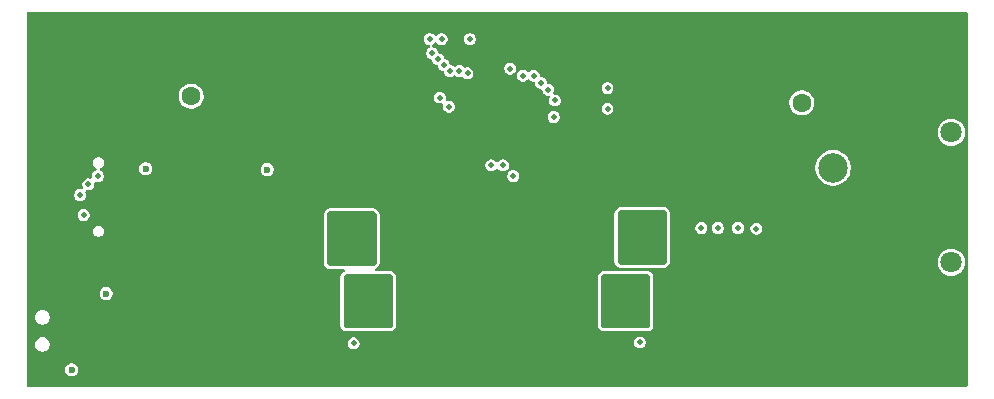
<source format=gbl>
%TF.GenerationSoftware,KiCad,Pcbnew,9.0.6*%
%TF.CreationDate,2025-12-05T19:35:02+01:00*%
%TF.ProjectId,ip2366,69703233-3636-42e6-9b69-6361645f7063,rev?*%
%TF.SameCoordinates,Original*%
%TF.FileFunction,Copper,L4,Bot*%
%TF.FilePolarity,Positive*%
%FSLAX46Y46*%
G04 Gerber Fmt 4.6, Leading zero omitted, Abs format (unit mm)*
G04 Created by KiCad (PCBNEW 9.0.6) date 2025-12-05 19:35:02*
%MOMM*%
%LPD*%
G01*
G04 APERTURE LIST*
%TA.AperFunction,Conductor*%
%ADD10C,0.000000*%
%TD*%
%TA.AperFunction,ComponentPad*%
%ADD11C,1.600000*%
%TD*%
%TA.AperFunction,ComponentPad*%
%ADD12O,2.100000X1.000000*%
%TD*%
%TA.AperFunction,ComponentPad*%
%ADD13O,1.800000X1.000000*%
%TD*%
%TA.AperFunction,ComponentPad*%
%ADD14C,2.500000*%
%TD*%
%TA.AperFunction,ComponentPad*%
%ADD15C,1.800000*%
%TD*%
%TA.AperFunction,ViaPad*%
%ADD16C,0.500000*%
%TD*%
%TA.AperFunction,ViaPad*%
%ADD17C,0.600000*%
%TD*%
G04 APERTURE END LIST*
D10*
%TA.AperFunction,Conductor*%
%TO.N,LX1*%
G36*
X130850000Y-69750000D02*
G01*
X130850000Y-73950000D01*
X130650000Y-74150000D01*
X126850000Y-74150000D01*
X126650000Y-73950000D01*
X126650000Y-69750000D01*
X126850000Y-69550000D01*
X130650000Y-69550000D01*
X130850000Y-69750000D01*
G37*
%TD.AperFunction*%
%TA.AperFunction,Conductor*%
%TO.N,-BATT*%
G36*
X154050000Y-64350000D02*
G01*
X154050000Y-68550000D01*
X153850000Y-68750000D01*
X150050000Y-68750000D01*
X149850000Y-68550000D01*
X149850000Y-64350000D01*
X150050000Y-64150000D01*
X153850000Y-64150000D01*
X154050000Y-64350000D01*
G37*
%TD.AperFunction*%
%TA.AperFunction,Conductor*%
%TO.N,LX2*%
G36*
X152627000Y-69750000D02*
G01*
X152627000Y-73950000D01*
X152427000Y-74150000D01*
X148627000Y-74150000D01*
X148427000Y-73950000D01*
X148427000Y-69750000D01*
X148627000Y-69550000D01*
X152427000Y-69550000D01*
X152627000Y-69750000D01*
G37*
%TD.AperFunction*%
%TA.AperFunction,Conductor*%
%TO.N,VBUS-*%
G36*
X129450000Y-64450000D02*
G01*
X129450000Y-68650000D01*
X129250000Y-68850000D01*
X125450000Y-68850000D01*
X125250000Y-68650000D01*
X125250000Y-64450000D01*
X125450000Y-64250000D01*
X129250000Y-64250000D01*
X129450000Y-64450000D01*
G37*
%TD.AperFunction*%
%TD*%
D11*
%TO.P,SW1,3,3*%
%TO.N,GND*%
X100850000Y-78100000D03*
%TO.P,SW1,4,4*%
X100850000Y-70600000D03*
%TD*%
%TO.P,C1,1,1*%
%TO.N,VBUS1*%
X113750000Y-54500000D03*
%TO.P,C1,2,2*%
%TO.N,GND*%
X113750000Y-51000000D03*
%TD*%
%TO.P,C23,1,1*%
%TO.N,+BATT*%
X165450000Y-55050000D03*
%TO.P,C23,2,2*%
%TO.N,GND*%
X165450000Y-51550000D03*
%TD*%
D12*
%TO.P,USB1,1,SHELL*%
%TO.N,GND*%
X106400000Y-58700000D03*
%TO.P,USB1,2,SHELL*%
X106400000Y-67340000D03*
D13*
%TO.P,USB1,3,SHELL*%
X102250000Y-58700000D03*
%TO.P,USB1,4,SHELL*%
X102250000Y-67340000D03*
%TD*%
D14*
%TO.P,CN1,1,-*%
%TO.N,GND*%
X168100000Y-65550000D03*
%TO.P,CN1,2,+*%
%TO.N,+BATT*%
X168100000Y-60550000D03*
D15*
%TO.P,CN1,3,3*%
%TO.N,unconnected-(CN1-Pad3)*%
X178100000Y-57550000D03*
%TO.P,CN1,4,4*%
%TO.N,unconnected-(CN1-Pad4)*%
X178100000Y-68550000D03*
%TD*%
D16*
%TO.N,GND*%
X154650000Y-77350000D03*
X170650000Y-76250000D03*
X111200000Y-51850000D03*
X140650000Y-77350000D03*
X123550000Y-51850000D03*
X130667000Y-52267000D03*
X167850000Y-50650000D03*
X159150000Y-61750000D03*
X167850000Y-51250000D03*
X155269000Y-71485000D03*
X111800000Y-51250000D03*
X121750000Y-50650000D03*
X138249000Y-54452000D03*
X118150000Y-51250000D03*
X121150000Y-51850000D03*
X122667000Y-70267000D03*
X163950000Y-61750000D03*
X170650000Y-74250000D03*
X158550000Y-61150000D03*
X122667000Y-74267000D03*
X160350000Y-61150000D03*
X164650000Y-68250000D03*
X118667000Y-74267000D03*
X160350000Y-62350000D03*
X149650000Y-77350000D03*
X141049000Y-55152000D03*
X164667000Y-76267000D03*
X111800000Y-50650000D03*
X153450000Y-50650000D03*
X111200000Y-52450000D03*
X120667000Y-68267000D03*
X114660000Y-68270000D03*
X102667000Y-68267000D03*
X176667000Y-66267000D03*
X160950000Y-61150000D03*
X158250000Y-50650000D03*
X156667000Y-72267000D03*
X110667000Y-70267000D03*
X174667000Y-58267000D03*
X127650000Y-77350000D03*
X178650000Y-76250000D03*
X174650000Y-72250000D03*
X118667000Y-72267000D03*
X134650000Y-77350000D03*
X122667000Y-76267000D03*
X163650000Y-51250000D03*
X115150000Y-51850000D03*
X172667000Y-54267000D03*
X170650000Y-70250000D03*
X127750000Y-51250000D03*
X176650000Y-78250000D03*
X102667000Y-66267000D03*
X130650000Y-77350000D03*
X178667000Y-64267000D03*
X139649000Y-57252000D03*
X123650000Y-77350000D03*
X116667000Y-66267000D03*
X168650000Y-68250000D03*
X124750000Y-51250000D03*
X174650000Y-70250000D03*
X164250000Y-51850000D03*
X136650000Y-77350000D03*
X176650000Y-76250000D03*
X160950000Y-61750000D03*
X119950000Y-51250000D03*
X174650000Y-68250000D03*
X116950000Y-51850000D03*
X174667000Y-62267000D03*
X176673000Y-50273000D03*
X178667000Y-54267000D03*
X178667000Y-66267000D03*
X114667000Y-74267000D03*
X157950000Y-62350000D03*
X112400000Y-51850000D03*
X166650000Y-50650000D03*
X140349000Y-54452000D03*
X141049000Y-54452000D03*
X164250000Y-50650000D03*
X159750000Y-61150000D03*
X158850000Y-51250000D03*
X159150000Y-62350000D03*
X122667000Y-64267000D03*
X121750000Y-51250000D03*
X167850000Y-51850000D03*
X138949000Y-55152000D03*
X174673000Y-50273000D03*
X168650000Y-76250000D03*
X158550000Y-61750000D03*
X115150000Y-50650000D03*
X115750000Y-51850000D03*
X160050000Y-50650000D03*
X172667000Y-60267000D03*
X156150000Y-60550000D03*
X110600000Y-51850000D03*
X176667000Y-60267000D03*
X130667000Y-54267000D03*
X160667000Y-74267000D03*
X116667000Y-72267000D03*
X112667000Y-76267000D03*
X117550000Y-51850000D03*
X124750000Y-51850000D03*
X120667000Y-66267000D03*
X161550000Y-62350000D03*
X125650000Y-77350000D03*
X111800000Y-52450000D03*
X140349000Y-57252000D03*
X174667000Y-64267000D03*
X153450000Y-51250000D03*
X170670000Y-52270000D03*
X172650000Y-68250000D03*
X157650000Y-50650000D03*
X111200000Y-53050000D03*
X162667000Y-74267000D03*
X163350000Y-62350000D03*
X133650000Y-77350000D03*
X124000000Y-71480000D03*
X122950000Y-50650000D03*
X119350000Y-51850000D03*
X178667000Y-62267000D03*
X158850000Y-51850000D03*
X111800000Y-51850000D03*
X156750000Y-61150000D03*
X163950000Y-62350000D03*
X122667000Y-68267000D03*
X174667000Y-60267000D03*
X163050000Y-51850000D03*
X124000000Y-72080000D03*
X154669000Y-72085000D03*
X161550000Y-61750000D03*
X112400000Y-52450000D03*
X116950000Y-51250000D03*
X106590000Y-56180000D03*
X148200000Y-55401999D03*
X120667000Y-64267000D03*
X158667000Y-72267000D03*
X152850000Y-50650000D03*
X108660000Y-72270000D03*
X142667000Y-48267000D03*
X163050000Y-50650000D03*
X161250000Y-51250000D03*
X121750000Y-51850000D03*
X178667000Y-48267000D03*
X174667000Y-56267000D03*
X176670000Y-52270000D03*
X176650000Y-74250000D03*
X174650000Y-78250000D03*
X124150000Y-50650000D03*
X139649000Y-55152000D03*
X138949000Y-56552000D03*
X178670000Y-52270000D03*
X172670000Y-52270000D03*
X155269000Y-72685000D03*
X148050000Y-50350000D03*
X172673000Y-50273000D03*
X176667000Y-68267000D03*
X160670000Y-76270000D03*
X155850000Y-51250000D03*
X120670000Y-62270000D03*
X166650000Y-68250000D03*
X111200000Y-51250000D03*
X152850000Y-51850000D03*
X124000000Y-70880000D03*
X172667000Y-64267000D03*
X148667000Y-48267000D03*
X138949000Y-57252000D03*
X156750000Y-60550000D03*
X123550000Y-50650000D03*
X140667000Y-50267000D03*
X166667000Y-64267000D03*
X126550000Y-51250000D03*
X170650000Y-72250000D03*
X164650000Y-70250000D03*
X119950000Y-51850000D03*
X115750000Y-51250000D03*
X106600000Y-57400000D03*
X146650000Y-77350000D03*
X122350000Y-51850000D03*
X168650000Y-70250000D03*
X116660000Y-68270000D03*
X116350000Y-50650000D03*
X132700000Y-54000000D03*
X132650000Y-77350000D03*
X118667000Y-70267000D03*
X139649000Y-56552000D03*
X153450000Y-51850000D03*
X156750000Y-61750000D03*
X170670000Y-48270000D03*
X120550000Y-51850000D03*
X110667000Y-74267000D03*
X126550000Y-50650000D03*
X174667000Y-66267000D03*
X172667000Y-58267000D03*
X158550000Y-62350000D03*
X129650000Y-77350000D03*
X158250000Y-51250000D03*
X145650000Y-77350000D03*
X174650000Y-76250000D03*
X138667000Y-48267000D03*
X157350000Y-61750000D03*
X144667000Y-48267000D03*
X118667000Y-66267000D03*
X155269000Y-73285000D03*
X157950000Y-61150000D03*
X158250000Y-51850000D03*
X122950000Y-51850000D03*
X161250000Y-51850000D03*
X178667000Y-60267000D03*
X124000000Y-72680000D03*
X160650000Y-51250000D03*
X110667000Y-72267000D03*
X125950000Y-51850000D03*
X159150000Y-61150000D03*
X155250000Y-51850000D03*
X138249000Y-55152000D03*
X161850000Y-51250000D03*
X156450000Y-51250000D03*
X157950000Y-60550000D03*
X166650000Y-51850000D03*
X156650000Y-77350000D03*
X125350000Y-51850000D03*
X124650000Y-77350000D03*
X163650000Y-51850000D03*
X159450000Y-51250000D03*
X162450000Y-51250000D03*
X102667000Y-64267000D03*
X164250000Y-51250000D03*
X119950000Y-50650000D03*
X172650000Y-70250000D03*
X156450000Y-50650000D03*
X162670000Y-76270000D03*
X141049000Y-55852000D03*
X131400000Y-57150000D03*
X162667000Y-72267000D03*
X108667000Y-76267000D03*
X118667000Y-68267000D03*
X154050000Y-51250000D03*
X161550000Y-60550000D03*
X151650000Y-77350000D03*
X157350000Y-62350000D03*
X110600000Y-53050000D03*
X125350000Y-51250000D03*
X138949000Y-55852000D03*
X116667000Y-70267000D03*
X159450000Y-51850000D03*
X152850000Y-51250000D03*
X167250000Y-50650000D03*
X166650000Y-76250000D03*
X125200000Y-72080000D03*
X157350000Y-60550000D03*
X102667000Y-60267000D03*
X160050000Y-51850000D03*
X162450000Y-50650000D03*
X148200000Y-53952107D03*
X120667000Y-76267000D03*
X176667000Y-48267000D03*
X138249000Y-55852000D03*
X160050000Y-51250000D03*
X160350000Y-61750000D03*
X160650000Y-50650000D03*
X172667000Y-66267000D03*
X156667000Y-74267000D03*
X120550000Y-50650000D03*
X154050000Y-50650000D03*
X112667000Y-72267000D03*
X157350000Y-61150000D03*
X156667000Y-76267000D03*
X159750000Y-60550000D03*
X140349000Y-55152000D03*
X154069000Y-73285000D03*
X125350000Y-50650000D03*
X158670000Y-76270000D03*
X127150000Y-51850000D03*
X170670000Y-50270000D03*
X138650000Y-77350000D03*
X155269000Y-72085000D03*
X161850000Y-51850000D03*
X140349000Y-55852000D03*
X160667000Y-72267000D03*
X125200000Y-70880000D03*
X168650000Y-74250000D03*
X108667000Y-74267000D03*
X110667000Y-76267000D03*
X115150000Y-51250000D03*
X124150000Y-51850000D03*
X141049000Y-56552000D03*
X119350000Y-50650000D03*
X164667000Y-74267000D03*
X126550000Y-51850000D03*
X167250000Y-51850000D03*
X157050000Y-51250000D03*
X174667000Y-54267000D03*
X115750000Y-50650000D03*
X157950000Y-61750000D03*
X163950000Y-61150000D03*
X120550000Y-51250000D03*
X109250000Y-54100000D03*
X162750000Y-62350000D03*
X118667000Y-76267000D03*
X161550000Y-61150000D03*
X161250000Y-50650000D03*
X117550000Y-50650000D03*
X108667000Y-68267000D03*
X158667000Y-74267000D03*
X110600000Y-51250000D03*
X154650000Y-51850000D03*
X110600000Y-52450000D03*
X120667000Y-74267000D03*
X122350000Y-50650000D03*
X114667000Y-76267000D03*
X155250000Y-51250000D03*
X117550000Y-51250000D03*
X178673000Y-50273000D03*
X126650000Y-77350000D03*
X166650000Y-70250000D03*
X154069000Y-72085000D03*
X122350000Y-51250000D03*
X139650000Y-55850000D03*
X122670000Y-62270000D03*
X148650000Y-77350000D03*
X121150000Y-50650000D03*
X140667000Y-48267000D03*
X157050000Y-51850000D03*
X162450000Y-51850000D03*
X124150000Y-51250000D03*
X110600000Y-50650000D03*
X152650000Y-77350000D03*
X120667000Y-72267000D03*
X138949000Y-54452000D03*
X155269000Y-73885000D03*
X120667000Y-70267000D03*
X154650000Y-51250000D03*
X118150000Y-50650000D03*
X157650000Y-51850000D03*
X159750000Y-61750000D03*
X154650000Y-50650000D03*
X102667000Y-62267000D03*
X157050000Y-50650000D03*
X121150000Y-51250000D03*
X172667000Y-48267000D03*
X118750000Y-51850000D03*
X158550000Y-60550000D03*
X153650000Y-77350000D03*
X125950000Y-50650000D03*
X178650000Y-74250000D03*
X124000000Y-70280000D03*
X159750000Y-62350000D03*
X167250000Y-51250000D03*
X176650000Y-72250000D03*
X142650000Y-77350000D03*
X116350000Y-51850000D03*
X159450000Y-50650000D03*
X125950000Y-51250000D03*
X160650000Y-51850000D03*
X108660000Y-70270000D03*
X155650000Y-77350000D03*
X111200000Y-50650000D03*
X118670000Y-62270000D03*
X127150000Y-51250000D03*
X141650000Y-77350000D03*
X141049000Y-57252000D03*
X112667000Y-70267000D03*
X138249000Y-57252000D03*
X172650000Y-72250000D03*
X176667000Y-54267000D03*
X176667000Y-64267000D03*
X178650000Y-72250000D03*
X112667000Y-74267000D03*
X170650000Y-68250000D03*
X139649000Y-54452000D03*
X114667000Y-70267000D03*
X168650000Y-72250000D03*
X148200000Y-56802000D03*
X163050000Y-51250000D03*
X159150000Y-60550000D03*
X170667000Y-66267000D03*
X155850000Y-51850000D03*
X110660000Y-68280000D03*
X122667000Y-72267000D03*
X122950000Y-51250000D03*
X143650000Y-77350000D03*
X119350000Y-51250000D03*
X160950000Y-62350000D03*
X122667000Y-66267000D03*
X118750000Y-50650000D03*
X116950000Y-50650000D03*
X166650000Y-51250000D03*
X124600000Y-72080000D03*
X124600000Y-70880000D03*
X154669000Y-73285000D03*
X155250000Y-50650000D03*
X155850000Y-50650000D03*
X178667000Y-56267000D03*
X127750000Y-51850000D03*
X138249000Y-56552000D03*
X137650000Y-77350000D03*
X118150000Y-51850000D03*
X178650000Y-78250000D03*
X172650000Y-78250000D03*
X174667000Y-48267000D03*
X154050000Y-51850000D03*
X111800000Y-53050000D03*
X114667000Y-72267000D03*
X116667000Y-74267000D03*
X158850000Y-50650000D03*
X124750000Y-50650000D03*
X116667000Y-76267000D03*
X140349000Y-56552000D03*
X112400000Y-51250000D03*
X166667000Y-72267000D03*
X176667000Y-56267000D03*
X172650000Y-74250000D03*
X128667000Y-52267000D03*
X139650000Y-77350000D03*
X127150000Y-50650000D03*
X156450000Y-51850000D03*
X123550000Y-51250000D03*
X157650000Y-51250000D03*
X161850000Y-50650000D03*
X144650000Y-77350000D03*
X127750000Y-50650000D03*
X131650000Y-77350000D03*
X116350000Y-51250000D03*
X176667000Y-62267000D03*
X160350000Y-60550000D03*
X122650000Y-77350000D03*
X163650000Y-50650000D03*
X162150000Y-62350000D03*
X118667000Y-64267000D03*
X160950000Y-60550000D03*
X146667000Y-48267000D03*
X147650000Y-77350000D03*
X118750000Y-51250000D03*
X174670000Y-52270000D03*
X172667000Y-62267000D03*
X138310000Y-61200000D03*
X172667000Y-56267000D03*
X164667000Y-72267000D03*
X135650000Y-77350000D03*
X166667000Y-74267000D03*
D17*
%TO.N,VBUS*%
X109887500Y-60625000D03*
D16*
X134800000Y-54600000D03*
%TO.N,LX1*%
X129510000Y-71380000D03*
X128110000Y-73480000D03*
X128810000Y-71380000D03*
X127410000Y-73480000D03*
X129510000Y-73480000D03*
X128810000Y-72780000D03*
X130210000Y-70680000D03*
X129510000Y-72080000D03*
X130210000Y-72080000D03*
X130210000Y-73480000D03*
X129510000Y-72780000D03*
X130210000Y-72780000D03*
X127410000Y-71380000D03*
X127410000Y-72080000D03*
X128810000Y-70680000D03*
X127410000Y-70680000D03*
X128810000Y-73480000D03*
X128110000Y-71380000D03*
X128810000Y-72080000D03*
X130210000Y-71380000D03*
X129510000Y-70680000D03*
X128110000Y-70680000D03*
X127410000Y-72780000D03*
X128110000Y-72080000D03*
X128110000Y-72780000D03*
%TO.N,LX2*%
X149760000Y-73380000D03*
X150460000Y-73380000D03*
X150460000Y-72680000D03*
X149060000Y-73380000D03*
X149060000Y-72680000D03*
X151860000Y-73380000D03*
X151160000Y-71980000D03*
X151160000Y-71280000D03*
X149060000Y-71980000D03*
X151860000Y-71980000D03*
X150460000Y-70580000D03*
X149060000Y-71280000D03*
X149760000Y-71280000D03*
X151160000Y-73380000D03*
X151160000Y-72680000D03*
X150460000Y-71280000D03*
X150460000Y-71980000D03*
X149760000Y-72680000D03*
X151860000Y-70580000D03*
X149760000Y-70580000D03*
X151860000Y-71280000D03*
X151860000Y-72680000D03*
X149760000Y-71980000D03*
X149060000Y-70580000D03*
X151160000Y-70580000D03*
D17*
%TO.N,+BATT*%
X103625000Y-77650000D03*
D16*
%TO.N,VBUS-*%
X127339000Y-67250000D03*
X125939000Y-67950000D03*
X128694000Y-65106000D03*
X128739000Y-67950000D03*
X125939000Y-67250000D03*
X126639000Y-65150000D03*
X128739000Y-67250000D03*
X128739000Y-65850000D03*
X127350000Y-66550000D03*
X128039000Y-67950000D03*
X127994000Y-65806000D03*
X126639000Y-66550000D03*
X126639000Y-65850000D03*
X127339000Y-65850000D03*
X127339000Y-65150000D03*
X128039000Y-65150000D03*
X126639000Y-67250000D03*
X128739000Y-66550000D03*
X125939000Y-65150000D03*
X125939000Y-65850000D03*
X126639000Y-67950000D03*
X128039000Y-67250000D03*
X128039000Y-66550000D03*
X127339000Y-67950000D03*
X125939000Y-66550000D03*
%TO.N,-BATT*%
X151961000Y-65049000D03*
X150561000Y-66449000D03*
X152661000Y-67149000D03*
X153361000Y-66449000D03*
X151261000Y-66449000D03*
X152661000Y-65749000D03*
X152661000Y-66449000D03*
X150561000Y-65749000D03*
X151261000Y-67849000D03*
X153361000Y-67149000D03*
X151961000Y-67149000D03*
X152661000Y-67849000D03*
X151961000Y-65751000D03*
X152661000Y-65049000D03*
X153361000Y-65049000D03*
X150561000Y-65049000D03*
X151961000Y-66450000D03*
X153361000Y-67849000D03*
X150561000Y-67149000D03*
X151261000Y-67149000D03*
X153361000Y-65749000D03*
X150561000Y-67849000D03*
X151961000Y-67849000D03*
X151261000Y-65749000D03*
X151261000Y-65049000D03*
%TO.N,LED1*%
X134950000Y-49650000D03*
X137150000Y-52550000D03*
%TO.N,LED3*%
X137350000Y-49650000D03*
X141850000Y-52750000D03*
%TO.N,VBUSG*%
X135573857Y-55372056D03*
D17*
X120200000Y-60700000D03*
D16*
%TO.N,LED2*%
X136450000Y-52350000D03*
X133950000Y-49650000D03*
%TO.N,LG1*%
X127510000Y-75420000D03*
X139150000Y-60350000D03*
%TO.N,LG2*%
X140150000Y-60350000D03*
X151740000Y-75340000D03*
%TO.N,VSET*%
X142750000Y-52750000D03*
X161600000Y-65700000D03*
%TO.N,PSET*%
X143350000Y-53350000D03*
X149000000Y-53800000D03*
X149000000Y-55550000D03*
X158350000Y-65650000D03*
%TO.N,BAT_NUM*%
X160050000Y-65650000D03*
X144550000Y-54850000D03*
%TO.N,CC_BDO*%
X156950000Y-65650000D03*
X144450000Y-56250000D03*
%TO.N,CC1*%
X105850000Y-61250000D03*
X135650000Y-52350000D03*
%TO.N,DM*%
X105050000Y-61950000D03*
X135150000Y-51850000D03*
%TO.N,DP*%
X134650000Y-51350000D03*
X104350000Y-62850000D03*
%TO.N,CC2*%
X134150000Y-50850000D03*
X104650000Y-64550000D03*
%TO.N,EN*%
X140750000Y-52150000D03*
D17*
X106550000Y-71200000D03*
D16*
%TO.N,Net-(R21-Pad2)*%
X143970067Y-53929933D03*
X141020000Y-61250000D03*
%TD*%
%TA.AperFunction,Conductor*%
%TO.N,GND*%
G36*
X179462539Y-47390185D02*
G01*
X179508294Y-47442989D01*
X179519500Y-47494500D01*
X179519500Y-78945500D01*
X179499815Y-79012539D01*
X179447011Y-79058294D01*
X179395500Y-79069500D01*
X99944500Y-79069500D01*
X99877461Y-79049815D01*
X99831706Y-78997011D01*
X99820500Y-78945500D01*
X99820500Y-77576999D01*
X103070500Y-77576999D01*
X103070500Y-77723000D01*
X103108288Y-77864028D01*
X103108289Y-77864031D01*
X103181286Y-77990467D01*
X103181288Y-77990470D01*
X103181289Y-77990471D01*
X103284529Y-78093711D01*
X103410971Y-78166712D01*
X103551999Y-78204500D01*
X103552001Y-78204500D01*
X103697999Y-78204500D01*
X103698001Y-78204500D01*
X103839029Y-78166712D01*
X103965471Y-78093711D01*
X104068711Y-77990471D01*
X104141712Y-77864029D01*
X104179500Y-77723001D01*
X104179500Y-77576999D01*
X104141712Y-77435971D01*
X104068711Y-77309529D01*
X103965471Y-77206289D01*
X103965470Y-77206288D01*
X103965467Y-77206286D01*
X103839031Y-77133289D01*
X103839030Y-77133288D01*
X103839029Y-77133288D01*
X103698001Y-77095500D01*
X103551999Y-77095500D01*
X103410971Y-77133288D01*
X103410968Y-77133289D01*
X103284532Y-77206286D01*
X103284527Y-77206290D01*
X103181290Y-77309527D01*
X103181286Y-77309532D01*
X103108289Y-77435968D01*
X103108288Y-77435971D01*
X103070500Y-77576999D01*
X99820500Y-77576999D01*
X99820500Y-75438389D01*
X100524500Y-75438389D01*
X100524500Y-75561610D01*
X100548535Y-75682444D01*
X100548538Y-75682454D01*
X100595687Y-75796283D01*
X100595692Y-75796292D01*
X100664141Y-75898732D01*
X100664144Y-75898736D01*
X100751263Y-75985855D01*
X100751267Y-75985858D01*
X100853707Y-76054307D01*
X100853713Y-76054310D01*
X100853714Y-76054311D01*
X100967548Y-76101463D01*
X101088389Y-76125499D01*
X101088393Y-76125500D01*
X101088394Y-76125500D01*
X101211607Y-76125500D01*
X101211608Y-76125499D01*
X101332452Y-76101463D01*
X101446286Y-76054311D01*
X101548733Y-75985858D01*
X101635858Y-75898733D01*
X101704311Y-75796286D01*
X101751463Y-75682452D01*
X101775500Y-75561606D01*
X101775500Y-75438394D01*
X101758630Y-75353581D01*
X127005500Y-75353581D01*
X127005500Y-75486419D01*
X127039881Y-75614730D01*
X127106300Y-75729770D01*
X127200230Y-75823700D01*
X127315270Y-75890119D01*
X127443581Y-75924500D01*
X127443584Y-75924500D01*
X127576416Y-75924500D01*
X127576419Y-75924500D01*
X127704730Y-75890119D01*
X127819770Y-75823700D01*
X127913700Y-75729770D01*
X127980119Y-75614730D01*
X128014500Y-75486419D01*
X128014500Y-75353581D01*
X127993064Y-75273581D01*
X151235500Y-75273581D01*
X151235500Y-75406419D01*
X151269881Y-75534730D01*
X151336300Y-75649770D01*
X151430230Y-75743700D01*
X151545270Y-75810119D01*
X151673581Y-75844500D01*
X151673584Y-75844500D01*
X151806416Y-75844500D01*
X151806419Y-75844500D01*
X151934730Y-75810119D01*
X152049770Y-75743700D01*
X152143700Y-75649770D01*
X152210119Y-75534730D01*
X152244500Y-75406419D01*
X152244500Y-75273581D01*
X152210119Y-75145270D01*
X152143700Y-75030230D01*
X152049770Y-74936300D01*
X151934730Y-74869881D01*
X151806419Y-74835500D01*
X151673581Y-74835500D01*
X151545270Y-74869881D01*
X151545268Y-74869881D01*
X151545268Y-74869882D01*
X151430230Y-74936300D01*
X151430227Y-74936302D01*
X151336302Y-75030227D01*
X151336300Y-75030230D01*
X151290112Y-75110230D01*
X151269881Y-75145270D01*
X151235500Y-75273581D01*
X127993064Y-75273581D01*
X127980119Y-75225270D01*
X127913700Y-75110230D01*
X127819770Y-75016300D01*
X127704730Y-74949881D01*
X127576419Y-74915500D01*
X127443581Y-74915500D01*
X127315270Y-74949881D01*
X127315268Y-74949881D01*
X127315268Y-74949882D01*
X127200230Y-75016300D01*
X127200227Y-75016302D01*
X127106302Y-75110227D01*
X127106300Y-75110230D01*
X127052331Y-75203707D01*
X127039881Y-75225270D01*
X127005500Y-75353581D01*
X101758630Y-75353581D01*
X101751463Y-75317548D01*
X101704311Y-75203714D01*
X101704310Y-75203713D01*
X101704307Y-75203707D01*
X101635858Y-75101267D01*
X101635855Y-75101263D01*
X101548736Y-75014144D01*
X101548732Y-75014141D01*
X101446292Y-74945692D01*
X101446283Y-74945687D01*
X101332454Y-74898538D01*
X101332455Y-74898538D01*
X101332452Y-74898537D01*
X101332448Y-74898536D01*
X101332444Y-74898535D01*
X101211610Y-74874500D01*
X101211606Y-74874500D01*
X101088394Y-74874500D01*
X101088389Y-74874500D01*
X100967555Y-74898535D01*
X100967545Y-74898538D01*
X100853716Y-74945687D01*
X100853707Y-74945692D01*
X100751267Y-75014141D01*
X100751263Y-75014144D01*
X100664144Y-75101263D01*
X100664141Y-75101267D01*
X100595692Y-75203707D01*
X100595687Y-75203716D01*
X100548538Y-75317545D01*
X100548535Y-75317555D01*
X100524500Y-75438389D01*
X99820500Y-75438389D01*
X99820500Y-73138389D01*
X100524500Y-73138389D01*
X100524500Y-73261610D01*
X100548535Y-73382444D01*
X100548538Y-73382454D01*
X100595687Y-73496283D01*
X100595692Y-73496292D01*
X100664141Y-73598732D01*
X100664144Y-73598736D01*
X100751263Y-73685855D01*
X100751267Y-73685858D01*
X100853707Y-73754307D01*
X100853713Y-73754310D01*
X100853714Y-73754311D01*
X100967548Y-73801463D01*
X101088389Y-73825499D01*
X101088393Y-73825500D01*
X101088394Y-73825500D01*
X101211607Y-73825500D01*
X101211608Y-73825499D01*
X101332452Y-73801463D01*
X101446286Y-73754311D01*
X101548733Y-73685858D01*
X101635858Y-73598733D01*
X101704311Y-73496286D01*
X101751463Y-73382452D01*
X101775500Y-73261606D01*
X101775500Y-73138394D01*
X101751463Y-73017548D01*
X101704311Y-72903714D01*
X101704310Y-72903713D01*
X101704307Y-72903707D01*
X101635858Y-72801267D01*
X101635855Y-72801263D01*
X101548736Y-72714144D01*
X101548732Y-72714141D01*
X101446292Y-72645692D01*
X101446283Y-72645687D01*
X101332454Y-72598538D01*
X101332455Y-72598538D01*
X101332452Y-72598537D01*
X101332448Y-72598536D01*
X101332444Y-72598535D01*
X101211610Y-72574500D01*
X101211606Y-72574500D01*
X101088394Y-72574500D01*
X101088389Y-72574500D01*
X100967555Y-72598535D01*
X100967545Y-72598538D01*
X100853716Y-72645687D01*
X100853707Y-72645692D01*
X100751267Y-72714141D01*
X100751263Y-72714144D01*
X100664144Y-72801263D01*
X100664141Y-72801267D01*
X100595692Y-72903707D01*
X100595687Y-72903716D01*
X100548538Y-73017545D01*
X100548535Y-73017555D01*
X100524500Y-73138389D01*
X99820500Y-73138389D01*
X99820500Y-71126999D01*
X105995500Y-71126999D01*
X105995500Y-71273000D01*
X106033288Y-71414028D01*
X106033289Y-71414031D01*
X106106286Y-71540467D01*
X106106288Y-71540470D01*
X106106289Y-71540471D01*
X106209529Y-71643711D01*
X106335971Y-71716712D01*
X106476999Y-71754500D01*
X106477001Y-71754500D01*
X106622999Y-71754500D01*
X106623001Y-71754500D01*
X106764029Y-71716712D01*
X106890471Y-71643711D01*
X106993711Y-71540471D01*
X107066712Y-71414029D01*
X107104500Y-71273001D01*
X107104500Y-71126999D01*
X107066712Y-70985971D01*
X106993711Y-70859529D01*
X106890471Y-70756289D01*
X106890470Y-70756288D01*
X106890467Y-70756286D01*
X106764031Y-70683289D01*
X106764030Y-70683288D01*
X106764029Y-70683288D01*
X106623001Y-70645500D01*
X106476999Y-70645500D01*
X106335971Y-70683288D01*
X106335968Y-70683289D01*
X106209532Y-70756286D01*
X106209527Y-70756290D01*
X106106290Y-70859527D01*
X106106286Y-70859532D01*
X106033289Y-70985968D01*
X106033288Y-70985971D01*
X105995500Y-71126999D01*
X99820500Y-71126999D01*
X99820500Y-65847399D01*
X105424500Y-65847399D01*
X105424500Y-65972601D01*
X105456905Y-66093536D01*
X105519505Y-66201964D01*
X105608036Y-66290495D01*
X105716464Y-66353095D01*
X105837399Y-66385500D01*
X105837401Y-66385500D01*
X105962599Y-66385500D01*
X105962601Y-66385500D01*
X106083536Y-66353095D01*
X106191964Y-66290495D01*
X106280495Y-66201964D01*
X106343095Y-66093536D01*
X106375500Y-65972601D01*
X106375500Y-65847399D01*
X106343095Y-65726464D01*
X106280495Y-65618036D01*
X106191964Y-65529505D01*
X106083536Y-65466905D01*
X106083537Y-65466905D01*
X106040107Y-65455268D01*
X105962601Y-65434500D01*
X105837399Y-65434500D01*
X105759893Y-65455268D01*
X105716463Y-65466905D01*
X105608037Y-65529504D01*
X105608034Y-65529506D01*
X105519506Y-65618034D01*
X105519504Y-65618037D01*
X105456905Y-65726463D01*
X105456905Y-65726464D01*
X105424500Y-65847399D01*
X99820500Y-65847399D01*
X99820500Y-64483581D01*
X104145500Y-64483581D01*
X104145500Y-64616419D01*
X104179881Y-64744730D01*
X104246300Y-64859770D01*
X104340230Y-64953700D01*
X104455270Y-65020119D01*
X104583581Y-65054500D01*
X104583584Y-65054500D01*
X104716416Y-65054500D01*
X104716419Y-65054500D01*
X104844730Y-65020119D01*
X104959770Y-64953700D01*
X105053700Y-64859770D01*
X105120119Y-64744730D01*
X105154500Y-64616419D01*
X105154500Y-64483581D01*
X105145501Y-64449995D01*
X124990500Y-64449995D01*
X124990500Y-68650004D01*
X125010251Y-68749303D01*
X125010253Y-68749307D01*
X125066502Y-68833489D01*
X125066508Y-68833497D01*
X125266502Y-69033491D01*
X125266510Y-69033497D01*
X125350692Y-69089746D01*
X125350696Y-69089748D01*
X125449995Y-69109499D01*
X125449999Y-69109500D01*
X126642369Y-69109500D01*
X126709408Y-69129185D01*
X126755163Y-69181989D01*
X126765107Y-69251147D01*
X126736082Y-69314703D01*
X126711260Y-69336602D01*
X126666506Y-69366505D01*
X126666502Y-69366508D01*
X126466508Y-69566502D01*
X126466502Y-69566510D01*
X126410253Y-69650692D01*
X126410251Y-69650696D01*
X126390500Y-69749995D01*
X126390500Y-73950004D01*
X126410251Y-74049303D01*
X126410253Y-74049307D01*
X126466502Y-74133489D01*
X126466508Y-74133497D01*
X126666502Y-74333491D01*
X126666510Y-74333497D01*
X126750692Y-74389746D01*
X126750696Y-74389748D01*
X126849995Y-74409499D01*
X126849999Y-74409500D01*
X126850000Y-74409500D01*
X130650001Y-74409500D01*
X130650002Y-74409499D01*
X130683400Y-74402856D01*
X130749303Y-74389748D01*
X130749304Y-74389747D01*
X130749306Y-74389747D01*
X130833494Y-74333494D01*
X131033494Y-74133494D01*
X131089747Y-74049306D01*
X131109500Y-73950000D01*
X131109500Y-69750000D01*
X131109499Y-69749995D01*
X148167500Y-69749995D01*
X148167500Y-73950004D01*
X148187251Y-74049303D01*
X148187253Y-74049307D01*
X148243502Y-74133489D01*
X148243508Y-74133497D01*
X148443502Y-74333491D01*
X148443510Y-74333497D01*
X148527692Y-74389746D01*
X148527696Y-74389748D01*
X148626995Y-74409499D01*
X148626999Y-74409500D01*
X148627000Y-74409500D01*
X152427001Y-74409500D01*
X152427002Y-74409499D01*
X152460400Y-74402856D01*
X152526303Y-74389748D01*
X152526304Y-74389747D01*
X152526306Y-74389747D01*
X152610494Y-74333494D01*
X152810494Y-74133494D01*
X152866747Y-74049306D01*
X152886500Y-73950000D01*
X152886500Y-69750000D01*
X152871795Y-69676071D01*
X152866748Y-69650696D01*
X152866746Y-69650692D01*
X152810497Y-69566510D01*
X152810491Y-69566502D01*
X152610497Y-69366508D01*
X152610489Y-69366502D01*
X152526307Y-69310253D01*
X152526303Y-69310251D01*
X152427004Y-69290500D01*
X152427000Y-69290500D01*
X148627000Y-69290500D01*
X148626995Y-69290500D01*
X148527696Y-69310251D01*
X148527692Y-69310253D01*
X148443510Y-69366502D01*
X148443502Y-69366508D01*
X148243508Y-69566502D01*
X148243502Y-69566510D01*
X148187253Y-69650692D01*
X148187251Y-69650696D01*
X148167500Y-69749995D01*
X131109499Y-69749995D01*
X131094795Y-69676071D01*
X131089748Y-69650696D01*
X131089746Y-69650692D01*
X131033497Y-69566510D01*
X131033491Y-69566502D01*
X130833497Y-69366508D01*
X130833489Y-69366502D01*
X130749307Y-69310253D01*
X130749303Y-69310251D01*
X130650004Y-69290500D01*
X130650000Y-69290500D01*
X129457631Y-69290500D01*
X129390592Y-69270815D01*
X129344837Y-69218011D01*
X129334893Y-69148853D01*
X129363918Y-69085297D01*
X129388740Y-69063398D01*
X129396165Y-69058436D01*
X129433494Y-69033494D01*
X129633494Y-68833494D01*
X129689747Y-68749306D01*
X129709500Y-68650000D01*
X129709500Y-64450000D01*
X129693209Y-64368098D01*
X129693209Y-64368096D01*
X129689747Y-64350695D01*
X129689746Y-64350692D01*
X129689280Y-64349995D01*
X149590500Y-64349995D01*
X149590500Y-68550004D01*
X149610251Y-68649303D01*
X149610253Y-68649307D01*
X149666502Y-68733489D01*
X149666508Y-68733497D01*
X149866502Y-68933491D01*
X149866510Y-68933497D01*
X149950692Y-68989746D01*
X149950696Y-68989748D01*
X150049995Y-69009499D01*
X150049999Y-69009500D01*
X150050000Y-69009500D01*
X153850001Y-69009500D01*
X153850002Y-69009499D01*
X153883400Y-69002856D01*
X153949303Y-68989748D01*
X153949304Y-68989747D01*
X153949306Y-68989747D01*
X154033494Y-68933494D01*
X154233494Y-68733494D01*
X154289747Y-68649306D01*
X154309500Y-68550000D01*
X154309500Y-68459139D01*
X176945500Y-68459139D01*
X176945500Y-68640861D01*
X176946948Y-68650001D01*
X176973928Y-68820347D01*
X176973928Y-68820350D01*
X177030081Y-68993171D01*
X177030083Y-68993174D01*
X177112583Y-69155090D01*
X177219397Y-69302106D01*
X177347894Y-69430603D01*
X177494910Y-69537417D01*
X177656826Y-69619917D01*
X177656828Y-69619918D01*
X177751542Y-69650692D01*
X177829654Y-69676072D01*
X178009139Y-69704500D01*
X178009140Y-69704500D01*
X178190860Y-69704500D01*
X178190861Y-69704500D01*
X178370346Y-69676072D01*
X178370349Y-69676071D01*
X178370350Y-69676071D01*
X178543171Y-69619918D01*
X178543171Y-69619917D01*
X178543174Y-69619917D01*
X178705090Y-69537417D01*
X178852106Y-69430603D01*
X178980603Y-69302106D01*
X179087417Y-69155090D01*
X179169917Y-68993174D01*
X179171030Y-68989748D01*
X179226071Y-68820350D01*
X179226071Y-68820349D01*
X179226072Y-68820346D01*
X179254500Y-68640861D01*
X179254500Y-68459139D01*
X179226072Y-68279654D01*
X179226071Y-68279650D01*
X179226071Y-68279649D01*
X179169918Y-68106828D01*
X179169916Y-68106825D01*
X179087416Y-67944909D01*
X178980603Y-67797894D01*
X178852106Y-67669397D01*
X178705090Y-67562583D01*
X178543174Y-67480083D01*
X178543171Y-67480081D01*
X178370348Y-67423928D01*
X178250689Y-67404976D01*
X178190861Y-67395500D01*
X178009139Y-67395500D01*
X177949310Y-67404976D01*
X177829652Y-67423928D01*
X177829649Y-67423928D01*
X177656828Y-67480081D01*
X177656825Y-67480083D01*
X177494909Y-67562583D01*
X177411030Y-67623525D01*
X177347894Y-67669397D01*
X177347892Y-67669399D01*
X177347891Y-67669399D01*
X177219399Y-67797891D01*
X177219399Y-67797892D01*
X177219397Y-67797894D01*
X177173525Y-67861030D01*
X177112583Y-67944909D01*
X177030083Y-68106825D01*
X177030081Y-68106828D01*
X176973928Y-68279649D01*
X176973928Y-68279652D01*
X176973928Y-68279654D01*
X176945500Y-68459139D01*
X154309500Y-68459139D01*
X154309500Y-65583581D01*
X156445500Y-65583581D01*
X156445500Y-65716419D01*
X156479881Y-65844730D01*
X156546300Y-65959770D01*
X156640230Y-66053700D01*
X156755270Y-66120119D01*
X156883581Y-66154500D01*
X156883584Y-66154500D01*
X157016416Y-66154500D01*
X157016419Y-66154500D01*
X157144730Y-66120119D01*
X157259770Y-66053700D01*
X157353700Y-65959770D01*
X157420119Y-65844730D01*
X157454500Y-65716419D01*
X157454500Y-65583581D01*
X157845500Y-65583581D01*
X157845500Y-65716419D01*
X157879881Y-65844730D01*
X157946300Y-65959770D01*
X158040230Y-66053700D01*
X158155270Y-66120119D01*
X158283581Y-66154500D01*
X158283584Y-66154500D01*
X158416416Y-66154500D01*
X158416419Y-66154500D01*
X158544730Y-66120119D01*
X158659770Y-66053700D01*
X158753700Y-65959770D01*
X158820119Y-65844730D01*
X158854500Y-65716419D01*
X158854500Y-65583581D01*
X159545500Y-65583581D01*
X159545500Y-65716419D01*
X159579881Y-65844730D01*
X159646300Y-65959770D01*
X159740230Y-66053700D01*
X159855270Y-66120119D01*
X159983581Y-66154500D01*
X159983584Y-66154500D01*
X160116416Y-66154500D01*
X160116419Y-66154500D01*
X160244730Y-66120119D01*
X160359770Y-66053700D01*
X160453700Y-65959770D01*
X160520119Y-65844730D01*
X160554500Y-65716419D01*
X160554500Y-65633581D01*
X161095500Y-65633581D01*
X161095500Y-65766419D01*
X161129881Y-65894730D01*
X161196300Y-66009770D01*
X161290230Y-66103700D01*
X161405270Y-66170119D01*
X161533581Y-66204500D01*
X161533584Y-66204500D01*
X161666416Y-66204500D01*
X161666419Y-66204500D01*
X161794730Y-66170119D01*
X161909770Y-66103700D01*
X162003700Y-66009770D01*
X162070119Y-65894730D01*
X162104500Y-65766419D01*
X162104500Y-65633581D01*
X162070119Y-65505270D01*
X162003700Y-65390230D01*
X161909770Y-65296300D01*
X161794730Y-65229881D01*
X161666419Y-65195500D01*
X161533581Y-65195500D01*
X161405270Y-65229881D01*
X161405268Y-65229881D01*
X161405268Y-65229882D01*
X161290230Y-65296300D01*
X161290227Y-65296302D01*
X161196302Y-65390227D01*
X161196300Y-65390230D01*
X161129881Y-65505270D01*
X161095500Y-65633581D01*
X160554500Y-65633581D01*
X160554500Y-65583581D01*
X160520119Y-65455270D01*
X160453700Y-65340230D01*
X160359770Y-65246300D01*
X160244730Y-65179881D01*
X160116419Y-65145500D01*
X159983581Y-65145500D01*
X159855270Y-65179881D01*
X159855268Y-65179881D01*
X159855268Y-65179882D01*
X159740230Y-65246300D01*
X159740227Y-65246302D01*
X159646302Y-65340227D01*
X159646300Y-65340230D01*
X159579881Y-65455270D01*
X159545500Y-65583581D01*
X158854500Y-65583581D01*
X158820119Y-65455270D01*
X158753700Y-65340230D01*
X158659770Y-65246300D01*
X158544730Y-65179881D01*
X158416419Y-65145500D01*
X158283581Y-65145500D01*
X158155270Y-65179881D01*
X158155268Y-65179881D01*
X158155268Y-65179882D01*
X158040230Y-65246300D01*
X158040227Y-65246302D01*
X157946302Y-65340227D01*
X157946300Y-65340230D01*
X157879881Y-65455270D01*
X157845500Y-65583581D01*
X157454500Y-65583581D01*
X157420119Y-65455270D01*
X157353700Y-65340230D01*
X157259770Y-65246300D01*
X157144730Y-65179881D01*
X157016419Y-65145500D01*
X156883581Y-65145500D01*
X156755270Y-65179881D01*
X156755268Y-65179881D01*
X156755268Y-65179882D01*
X156640230Y-65246300D01*
X156640227Y-65246302D01*
X156546302Y-65340227D01*
X156546300Y-65340230D01*
X156479881Y-65455270D01*
X156445500Y-65583581D01*
X154309500Y-65583581D01*
X154309500Y-64350000D01*
X154292893Y-64266510D01*
X154289748Y-64250696D01*
X154289746Y-64250692D01*
X154233497Y-64166510D01*
X154233491Y-64166502D01*
X154033497Y-63966508D01*
X154033489Y-63966502D01*
X153949307Y-63910253D01*
X153949303Y-63910251D01*
X153850004Y-63890500D01*
X153850000Y-63890500D01*
X150050000Y-63890500D01*
X150049995Y-63890500D01*
X149950696Y-63910251D01*
X149950692Y-63910253D01*
X149866510Y-63966502D01*
X149866502Y-63966508D01*
X149666508Y-64166502D01*
X149666502Y-64166510D01*
X149610253Y-64250692D01*
X149610251Y-64250696D01*
X149590500Y-64349995D01*
X129689280Y-64349995D01*
X129633497Y-64266510D01*
X129633491Y-64266502D01*
X129433497Y-64066508D01*
X129433489Y-64066502D01*
X129349307Y-64010253D01*
X129349303Y-64010251D01*
X129250004Y-63990500D01*
X129250000Y-63990500D01*
X125450000Y-63990500D01*
X125449995Y-63990500D01*
X125350696Y-64010251D01*
X125350692Y-64010253D01*
X125266510Y-64066502D01*
X125266502Y-64066508D01*
X125066508Y-64266502D01*
X125066502Y-64266510D01*
X125010253Y-64350692D01*
X125010251Y-64350696D01*
X124990500Y-64449995D01*
X105145501Y-64449995D01*
X105120119Y-64355270D01*
X105053700Y-64240230D01*
X104959770Y-64146300D01*
X104844730Y-64079881D01*
X104716419Y-64045500D01*
X104583581Y-64045500D01*
X104455270Y-64079881D01*
X104455268Y-64079881D01*
X104455268Y-64079882D01*
X104340230Y-64146300D01*
X104340227Y-64146302D01*
X104246302Y-64240227D01*
X104246300Y-64240230D01*
X104182927Y-64349995D01*
X104179881Y-64355270D01*
X104145500Y-64483581D01*
X99820500Y-64483581D01*
X99820500Y-62783581D01*
X103845500Y-62783581D01*
X103845500Y-62916419D01*
X103879881Y-63044730D01*
X103946300Y-63159770D01*
X104040230Y-63253700D01*
X104155270Y-63320119D01*
X104283581Y-63354500D01*
X104283584Y-63354500D01*
X104416416Y-63354500D01*
X104416419Y-63354500D01*
X104544730Y-63320119D01*
X104659770Y-63253700D01*
X104753700Y-63159770D01*
X104820119Y-63044730D01*
X104854500Y-62916419D01*
X104854500Y-62783581D01*
X104820119Y-62655270D01*
X104802755Y-62625196D01*
X104786283Y-62557297D01*
X104809135Y-62491270D01*
X104864056Y-62448079D01*
X104933609Y-62441437D01*
X104942214Y-62443415D01*
X104983581Y-62454500D01*
X104983584Y-62454500D01*
X105116416Y-62454500D01*
X105116419Y-62454500D01*
X105244730Y-62420119D01*
X105359770Y-62353700D01*
X105453700Y-62259770D01*
X105520119Y-62144730D01*
X105554500Y-62016419D01*
X105554500Y-61883581D01*
X105554499Y-61883579D01*
X105553439Y-61875525D01*
X105555356Y-61875272D01*
X105556769Y-61815989D01*
X105595932Y-61758127D01*
X105660161Y-61730624D01*
X105706968Y-61733971D01*
X105783581Y-61754500D01*
X105783584Y-61754500D01*
X105916416Y-61754500D01*
X105916419Y-61754500D01*
X106044730Y-61720119D01*
X106159770Y-61653700D01*
X106253700Y-61559770D01*
X106320119Y-61444730D01*
X106354500Y-61316419D01*
X106354500Y-61183581D01*
X106320119Y-61055270D01*
X106253700Y-60940230D01*
X106159770Y-60846300D01*
X106070153Y-60794559D01*
X106021938Y-60743991D01*
X106008716Y-60675384D01*
X106034684Y-60610519D01*
X106060359Y-60586071D01*
X106075659Y-60575205D01*
X106083536Y-60573095D01*
X106120076Y-60551999D01*
X109333000Y-60551999D01*
X109333000Y-60698001D01*
X109370455Y-60837784D01*
X109370788Y-60839028D01*
X109370789Y-60839031D01*
X109443786Y-60965467D01*
X109443788Y-60965470D01*
X109443789Y-60965471D01*
X109547029Y-61068711D01*
X109673471Y-61141712D01*
X109814499Y-61179500D01*
X109814501Y-61179500D01*
X109960499Y-61179500D01*
X109960501Y-61179500D01*
X110101529Y-61141712D01*
X110227971Y-61068711D01*
X110331211Y-60965471D01*
X110404212Y-60839029D01*
X110442000Y-60698001D01*
X110442000Y-60626999D01*
X119645500Y-60626999D01*
X119645500Y-60773001D01*
X119667338Y-60854500D01*
X119683288Y-60914028D01*
X119683289Y-60914031D01*
X119756286Y-61040467D01*
X119756288Y-61040470D01*
X119756289Y-61040471D01*
X119859529Y-61143711D01*
X119985971Y-61216712D01*
X120126999Y-61254500D01*
X120127001Y-61254500D01*
X120272999Y-61254500D01*
X120273001Y-61254500D01*
X120414029Y-61216712D01*
X120471414Y-61183581D01*
X140515500Y-61183581D01*
X140515500Y-61316419D01*
X140549881Y-61444730D01*
X140616300Y-61559770D01*
X140710230Y-61653700D01*
X140825270Y-61720119D01*
X140953581Y-61754500D01*
X140953584Y-61754500D01*
X141086416Y-61754500D01*
X141086419Y-61754500D01*
X141214730Y-61720119D01*
X141329770Y-61653700D01*
X141423700Y-61559770D01*
X141490119Y-61444730D01*
X141524500Y-61316419D01*
X141524500Y-61183581D01*
X141490119Y-61055270D01*
X141423700Y-60940230D01*
X141329770Y-60846300D01*
X141214730Y-60779881D01*
X141086419Y-60745500D01*
X140953581Y-60745500D01*
X140836921Y-60776759D01*
X140825266Y-60779882D01*
X140724978Y-60837784D01*
X140724974Y-60837786D01*
X140710230Y-60846300D01*
X140616300Y-60940230D01*
X140614580Y-60943208D01*
X140614579Y-60943210D01*
X140558425Y-61040471D01*
X140549881Y-61055270D01*
X140515500Y-61183581D01*
X120471414Y-61183581D01*
X120540471Y-61143711D01*
X120643711Y-61040471D01*
X120716712Y-60914029D01*
X120754500Y-60773001D01*
X120754500Y-60626999D01*
X120716712Y-60485971D01*
X120643711Y-60359529D01*
X120567763Y-60283581D01*
X138645500Y-60283581D01*
X138645500Y-60416419D01*
X138679881Y-60544730D01*
X138746300Y-60659770D01*
X138840230Y-60753700D01*
X138955270Y-60820119D01*
X139083581Y-60854500D01*
X139083584Y-60854500D01*
X139216416Y-60854500D01*
X139216419Y-60854500D01*
X139344730Y-60820119D01*
X139459770Y-60753700D01*
X139553700Y-60659770D01*
X139553700Y-60659769D01*
X139559447Y-60654023D01*
X139561030Y-60655606D01*
X139608050Y-60621273D01*
X139677796Y-60617117D01*
X139738717Y-60651328D01*
X139744293Y-60657763D01*
X139746299Y-60659769D01*
X139746300Y-60659770D01*
X139840230Y-60753700D01*
X139955270Y-60820119D01*
X140083581Y-60854500D01*
X140083584Y-60854500D01*
X140216416Y-60854500D01*
X140216419Y-60854500D01*
X140344730Y-60820119D01*
X140344732Y-60820117D01*
X140344734Y-60820117D01*
X140344735Y-60820116D01*
X140459770Y-60753700D01*
X140553700Y-60659770D01*
X140620119Y-60544730D01*
X140650434Y-60431593D01*
X166595500Y-60431593D01*
X166595500Y-60668406D01*
X166632546Y-60902306D01*
X166632546Y-60902309D01*
X166705723Y-61127524D01*
X166734287Y-61183583D01*
X166813236Y-61338530D01*
X166952432Y-61530116D01*
X167119884Y-61697568D01*
X167311470Y-61836764D01*
X167403354Y-61883581D01*
X167522475Y-61944276D01*
X167747691Y-62017453D01*
X167747692Y-62017453D01*
X167747695Y-62017454D01*
X167981593Y-62054500D01*
X167981594Y-62054500D01*
X168218406Y-62054500D01*
X168218407Y-62054500D01*
X168452305Y-62017454D01*
X168452308Y-62017453D01*
X168452309Y-62017453D01*
X168677524Y-61944276D01*
X168677524Y-61944275D01*
X168677527Y-61944275D01*
X168888530Y-61836764D01*
X169080116Y-61697568D01*
X169247568Y-61530116D01*
X169386764Y-61338530D01*
X169494275Y-61127527D01*
X169513385Y-61068713D01*
X169567453Y-60902309D01*
X169567453Y-60902308D01*
X169567454Y-60902305D01*
X169604500Y-60668407D01*
X169604500Y-60431593D01*
X169567454Y-60197695D01*
X169567453Y-60197691D01*
X169567453Y-60197690D01*
X169494276Y-59972475D01*
X169480939Y-59946300D01*
X169386764Y-59761470D01*
X169247568Y-59569884D01*
X169080116Y-59402432D01*
X168888530Y-59263236D01*
X168677524Y-59155723D01*
X168452308Y-59082546D01*
X168276881Y-59054761D01*
X168218407Y-59045500D01*
X167981593Y-59045500D01*
X167903627Y-59057848D01*
X167747693Y-59082546D01*
X167747690Y-59082546D01*
X167522475Y-59155723D01*
X167311469Y-59263236D01*
X167202162Y-59342652D01*
X167119884Y-59402432D01*
X167119882Y-59402434D01*
X167119881Y-59402434D01*
X166952434Y-59569881D01*
X166952434Y-59569882D01*
X166952432Y-59569884D01*
X166892652Y-59652162D01*
X166813236Y-59761469D01*
X166705723Y-59972475D01*
X166632546Y-60197690D01*
X166632546Y-60197693D01*
X166595500Y-60431593D01*
X140650434Y-60431593D01*
X140654500Y-60416419D01*
X140654500Y-60283581D01*
X140620119Y-60155270D01*
X140553700Y-60040230D01*
X140459770Y-59946300D01*
X140344730Y-59879881D01*
X140216419Y-59845500D01*
X140083581Y-59845500D01*
X139955270Y-59879881D01*
X139955268Y-59879881D01*
X139955268Y-59879882D01*
X139840230Y-59946300D01*
X139840227Y-59946302D01*
X139740553Y-60045977D01*
X139738970Y-60044394D01*
X139691935Y-60078732D01*
X139622188Y-60082879D01*
X139561272Y-60048660D01*
X139555706Y-60042236D01*
X139459772Y-59946302D01*
X139459770Y-59946300D01*
X139344730Y-59879881D01*
X139216419Y-59845500D01*
X139083581Y-59845500D01*
X138955270Y-59879881D01*
X138955268Y-59879881D01*
X138955268Y-59879882D01*
X138840230Y-59946300D01*
X138840227Y-59946302D01*
X138746302Y-60040227D01*
X138746300Y-60040230D01*
X138679881Y-60155270D01*
X138645500Y-60283581D01*
X120567763Y-60283581D01*
X120540471Y-60256289D01*
X120540470Y-60256288D01*
X120540467Y-60256286D01*
X120414031Y-60183289D01*
X120414030Y-60183288D01*
X120414029Y-60183288D01*
X120273001Y-60145500D01*
X120126999Y-60145500D01*
X119985971Y-60183288D01*
X119985968Y-60183289D01*
X119859532Y-60256286D01*
X119859527Y-60256290D01*
X119756290Y-60359527D01*
X119756286Y-60359532D01*
X119683289Y-60485968D01*
X119683288Y-60485971D01*
X119645500Y-60626999D01*
X110442000Y-60626999D01*
X110442000Y-60551999D01*
X110404212Y-60410971D01*
X110331211Y-60284529D01*
X110227971Y-60181289D01*
X110227970Y-60181288D01*
X110227967Y-60181286D01*
X110101531Y-60108289D01*
X110101530Y-60108288D01*
X110101529Y-60108288D01*
X109960501Y-60070500D01*
X109814499Y-60070500D01*
X109673471Y-60108288D01*
X109673468Y-60108289D01*
X109547032Y-60181286D01*
X109547027Y-60181290D01*
X109443790Y-60284527D01*
X109443786Y-60284532D01*
X109370789Y-60410968D01*
X109370788Y-60410971D01*
X109333000Y-60551999D01*
X106120076Y-60551999D01*
X106191964Y-60510495D01*
X106280495Y-60421964D01*
X106343095Y-60313536D01*
X106375500Y-60192601D01*
X106375500Y-60067399D01*
X106343095Y-59946464D01*
X106280495Y-59838036D01*
X106191964Y-59749505D01*
X106083536Y-59686905D01*
X106083537Y-59686905D01*
X106043224Y-59676103D01*
X105962601Y-59654500D01*
X105837399Y-59654500D01*
X105756775Y-59676103D01*
X105716463Y-59686905D01*
X105608037Y-59749504D01*
X105608034Y-59749506D01*
X105519506Y-59838034D01*
X105519504Y-59838037D01*
X105456905Y-59946463D01*
X105456905Y-59946464D01*
X105424500Y-60067399D01*
X105424500Y-60192601D01*
X105456905Y-60313536D01*
X105519505Y-60421964D01*
X105608036Y-60510495D01*
X105682441Y-60553452D01*
X105730656Y-60604018D01*
X105743880Y-60672625D01*
X105717912Y-60737490D01*
X105662768Y-60776759D01*
X105662774Y-60776773D01*
X105662713Y-60776798D01*
X105660999Y-60778019D01*
X105656251Y-60779474D01*
X105655270Y-60779880D01*
X105540230Y-60846300D01*
X105540227Y-60846302D01*
X105446302Y-60940227D01*
X105446300Y-60940230D01*
X105388428Y-61040467D01*
X105379881Y-61055270D01*
X105345500Y-61183581D01*
X105345500Y-61183583D01*
X105345500Y-61316417D01*
X105346561Y-61324475D01*
X105344645Y-61324727D01*
X105343226Y-61384025D01*
X105304055Y-61441882D01*
X105239823Y-61469377D01*
X105193026Y-61466027D01*
X105116419Y-61445500D01*
X104983581Y-61445500D01*
X104855270Y-61479881D01*
X104855268Y-61479881D01*
X104855268Y-61479882D01*
X104740230Y-61546300D01*
X104740227Y-61546302D01*
X104646302Y-61640227D01*
X104646300Y-61640230D01*
X104580326Y-61754500D01*
X104579881Y-61755270D01*
X104545500Y-61883581D01*
X104545500Y-62016419D01*
X104555704Y-62054500D01*
X104579882Y-62144733D01*
X104597243Y-62174803D01*
X104613716Y-62242703D01*
X104590863Y-62308730D01*
X104535942Y-62351921D01*
X104466389Y-62358562D01*
X104457764Y-62356578D01*
X104416420Y-62345500D01*
X104416419Y-62345500D01*
X104283581Y-62345500D01*
X104155270Y-62379881D01*
X104155268Y-62379881D01*
X104155268Y-62379882D01*
X104040230Y-62446300D01*
X104040227Y-62446302D01*
X103946302Y-62540227D01*
X103946300Y-62540230D01*
X103879881Y-62655270D01*
X103845500Y-62783581D01*
X99820500Y-62783581D01*
X99820500Y-57459139D01*
X176945500Y-57459139D01*
X176945500Y-57640860D01*
X176973928Y-57820347D01*
X176973928Y-57820350D01*
X177030081Y-57993171D01*
X177030083Y-57993174D01*
X177112583Y-58155090D01*
X177219397Y-58302106D01*
X177347894Y-58430603D01*
X177494910Y-58537417D01*
X177656826Y-58619917D01*
X177656828Y-58619918D01*
X177818029Y-58672294D01*
X177829654Y-58676072D01*
X178009139Y-58704500D01*
X178009140Y-58704500D01*
X178190860Y-58704500D01*
X178190861Y-58704500D01*
X178370346Y-58676072D01*
X178370349Y-58676071D01*
X178370350Y-58676071D01*
X178543171Y-58619918D01*
X178543171Y-58619917D01*
X178543174Y-58619917D01*
X178705090Y-58537417D01*
X178852106Y-58430603D01*
X178980603Y-58302106D01*
X179087417Y-58155090D01*
X179169917Y-57993174D01*
X179226072Y-57820346D01*
X179254500Y-57640861D01*
X179254500Y-57459139D01*
X179226072Y-57279654D01*
X179226071Y-57279650D01*
X179226071Y-57279649D01*
X179169918Y-57106828D01*
X179169916Y-57106825D01*
X179087416Y-56944909D01*
X178980603Y-56797894D01*
X178852106Y-56669397D01*
X178705090Y-56562583D01*
X178543174Y-56480083D01*
X178543171Y-56480081D01*
X178370348Y-56423928D01*
X178250689Y-56404976D01*
X178190861Y-56395500D01*
X178009139Y-56395500D01*
X177949310Y-56404976D01*
X177829652Y-56423928D01*
X177829649Y-56423928D01*
X177656828Y-56480081D01*
X177656825Y-56480083D01*
X177494909Y-56562583D01*
X177411030Y-56623525D01*
X177347894Y-56669397D01*
X177347892Y-56669399D01*
X177347891Y-56669399D01*
X177219399Y-56797891D01*
X177219399Y-56797892D01*
X177219397Y-56797894D01*
X177173525Y-56861030D01*
X177112583Y-56944909D01*
X177030083Y-57106825D01*
X177030081Y-57106828D01*
X176973928Y-57279649D01*
X176973928Y-57279652D01*
X176945500Y-57459139D01*
X99820500Y-57459139D01*
X99820500Y-56183581D01*
X143945500Y-56183581D01*
X143945500Y-56316419D01*
X143979881Y-56444730D01*
X144046300Y-56559770D01*
X144140230Y-56653700D01*
X144255270Y-56720119D01*
X144383581Y-56754500D01*
X144383584Y-56754500D01*
X144516416Y-56754500D01*
X144516419Y-56754500D01*
X144644730Y-56720119D01*
X144759770Y-56653700D01*
X144853700Y-56559770D01*
X144920119Y-56444730D01*
X144954500Y-56316419D01*
X144954500Y-56183581D01*
X144920119Y-56055270D01*
X144853700Y-55940230D01*
X144759770Y-55846300D01*
X144644730Y-55779881D01*
X144516419Y-55745500D01*
X144383581Y-55745500D01*
X144255270Y-55779881D01*
X144255268Y-55779881D01*
X144255268Y-55779882D01*
X144140230Y-55846300D01*
X144140227Y-55846302D01*
X144046302Y-55940227D01*
X144046300Y-55940230D01*
X143980326Y-56054500D01*
X143979881Y-56055270D01*
X143945500Y-56183581D01*
X99820500Y-56183581D01*
X99820500Y-54396136D01*
X112695500Y-54396136D01*
X112695500Y-54603863D01*
X112736022Y-54807578D01*
X112736025Y-54807590D01*
X112815511Y-54999488D01*
X112815512Y-54999490D01*
X112930916Y-55172203D01*
X112930919Y-55172207D01*
X113077792Y-55319080D01*
X113077796Y-55319083D01*
X113250507Y-55434486D01*
X113250508Y-55434486D01*
X113250509Y-55434487D01*
X113250511Y-55434488D01*
X113369038Y-55483583D01*
X113442414Y-55513976D01*
X113620944Y-55549488D01*
X113646136Y-55554499D01*
X113646139Y-55554500D01*
X113646141Y-55554500D01*
X113853861Y-55554500D01*
X113853862Y-55554499D01*
X114057586Y-55513976D01*
X114249493Y-55434486D01*
X114422204Y-55319083D01*
X114569083Y-55172204D01*
X114684486Y-54999493D01*
X114763976Y-54807586D01*
X114804500Y-54603859D01*
X114804500Y-54533581D01*
X134295500Y-54533581D01*
X134295500Y-54666419D01*
X134329881Y-54794730D01*
X134396300Y-54909770D01*
X134490230Y-55003700D01*
X134605270Y-55070119D01*
X134733581Y-55104500D01*
X134733584Y-55104500D01*
X134866417Y-55104500D01*
X134866419Y-55104500D01*
X134935662Y-55085946D01*
X135005510Y-55087607D01*
X135063373Y-55126769D01*
X135090878Y-55190997D01*
X135087530Y-55237812D01*
X135069357Y-55305635D01*
X135069357Y-55305637D01*
X135069357Y-55438475D01*
X135103738Y-55566786D01*
X135170157Y-55681826D01*
X135264087Y-55775756D01*
X135379127Y-55842175D01*
X135507438Y-55876556D01*
X135507441Y-55876556D01*
X135640273Y-55876556D01*
X135640276Y-55876556D01*
X135768587Y-55842175D01*
X135883627Y-55775756D01*
X135977557Y-55681826D01*
X136043976Y-55566786D01*
X136066271Y-55483581D01*
X148495500Y-55483581D01*
X148495500Y-55616419D01*
X148529881Y-55744730D01*
X148596300Y-55859770D01*
X148690230Y-55953700D01*
X148805270Y-56020119D01*
X148933581Y-56054500D01*
X148933584Y-56054500D01*
X149066416Y-56054500D01*
X149066419Y-56054500D01*
X149194730Y-56020119D01*
X149309770Y-55953700D01*
X149403700Y-55859770D01*
X149470119Y-55744730D01*
X149504500Y-55616419D01*
X149504500Y-55483581D01*
X149470119Y-55355270D01*
X149403700Y-55240230D01*
X149309770Y-55146300D01*
X149194730Y-55079881D01*
X149066419Y-55045500D01*
X148933581Y-55045500D01*
X148805270Y-55079881D01*
X148805268Y-55079881D01*
X148805268Y-55079882D01*
X148690230Y-55146300D01*
X148690227Y-55146302D01*
X148596302Y-55240227D01*
X148596300Y-55240230D01*
X148530326Y-55354500D01*
X148529881Y-55355270D01*
X148495500Y-55483581D01*
X136066271Y-55483581D01*
X136078357Y-55438475D01*
X136078357Y-55305637D01*
X136043976Y-55177326D01*
X135977557Y-55062286D01*
X135883627Y-54968356D01*
X135768587Y-54901937D01*
X135640276Y-54867556D01*
X135507438Y-54867556D01*
X135438194Y-54886110D01*
X135368344Y-54884447D01*
X135310482Y-54845284D01*
X135282978Y-54781056D01*
X135286325Y-54734246D01*
X135304500Y-54666419D01*
X135304500Y-54533581D01*
X135270119Y-54405270D01*
X135203700Y-54290230D01*
X135109770Y-54196300D01*
X134994730Y-54129881D01*
X134866419Y-54095500D01*
X134733581Y-54095500D01*
X134605270Y-54129881D01*
X134605268Y-54129881D01*
X134605268Y-54129882D01*
X134490230Y-54196300D01*
X134490227Y-54196302D01*
X134396302Y-54290227D01*
X134396300Y-54290230D01*
X134332894Y-54400052D01*
X134329881Y-54405270D01*
X134295500Y-54533581D01*
X114804500Y-54533581D01*
X114804500Y-54396141D01*
X114804500Y-54396138D01*
X114804499Y-54396136D01*
X114780008Y-54273011D01*
X114763976Y-54192414D01*
X114732123Y-54115514D01*
X114684488Y-54000511D01*
X114684487Y-54000509D01*
X114681709Y-53996352D01*
X114569083Y-53827796D01*
X114569080Y-53827792D01*
X114422207Y-53680919D01*
X114422203Y-53680916D01*
X114249490Y-53565512D01*
X114249488Y-53565511D01*
X114057590Y-53486025D01*
X114057578Y-53486022D01*
X113853862Y-53445500D01*
X113853859Y-53445500D01*
X113646141Y-53445500D01*
X113646138Y-53445500D01*
X113442421Y-53486022D01*
X113442409Y-53486025D01*
X113250511Y-53565511D01*
X113250509Y-53565512D01*
X113077796Y-53680916D01*
X113077792Y-53680919D01*
X112930919Y-53827792D01*
X112930916Y-53827796D01*
X112815512Y-54000509D01*
X112815511Y-54000511D01*
X112736025Y-54192409D01*
X112736022Y-54192421D01*
X112695500Y-54396136D01*
X99820500Y-54396136D01*
X99820500Y-49583581D01*
X133445500Y-49583581D01*
X133445500Y-49716419D01*
X133479881Y-49844730D01*
X133546300Y-49959770D01*
X133640230Y-50053700D01*
X133755270Y-50120119D01*
X133883581Y-50154500D01*
X133883584Y-50154500D01*
X133891641Y-50155561D01*
X133891448Y-50157019D01*
X133949906Y-50174185D01*
X133995661Y-50226989D01*
X134005605Y-50296147D01*
X133976580Y-50359703D01*
X133944869Y-50385885D01*
X133840230Y-50446300D01*
X133840227Y-50446302D01*
X133746302Y-50540227D01*
X133746300Y-50540230D01*
X133679881Y-50655270D01*
X133645500Y-50783581D01*
X133645500Y-50916419D01*
X133679881Y-51044730D01*
X133746300Y-51159770D01*
X133840230Y-51253700D01*
X133955270Y-51320119D01*
X134063265Y-51349056D01*
X134122923Y-51385420D01*
X134150944Y-51436736D01*
X134179881Y-51544731D01*
X134213090Y-51602250D01*
X134246300Y-51659770D01*
X134340230Y-51753700D01*
X134455270Y-51820119D01*
X134563265Y-51849056D01*
X134622923Y-51885420D01*
X134650944Y-51936736D01*
X134679881Y-52044731D01*
X134700176Y-52079882D01*
X134746300Y-52159770D01*
X134840230Y-52253700D01*
X134955270Y-52320119D01*
X135063265Y-52349056D01*
X135122923Y-52385420D01*
X135150944Y-52436736D01*
X135179881Y-52544731D01*
X135185965Y-52555268D01*
X135246300Y-52659770D01*
X135340230Y-52753700D01*
X135455270Y-52820119D01*
X135583581Y-52854500D01*
X135583584Y-52854500D01*
X135716416Y-52854500D01*
X135716419Y-52854500D01*
X135844730Y-52820119D01*
X135959770Y-52753700D01*
X135962319Y-52751151D01*
X135964995Y-52749689D01*
X135966216Y-52748753D01*
X135966362Y-52748943D01*
X136023642Y-52717666D01*
X136093334Y-52722650D01*
X136137681Y-52751151D01*
X136140230Y-52753700D01*
X136255270Y-52820119D01*
X136383581Y-52854500D01*
X136383584Y-52854500D01*
X136516416Y-52854500D01*
X136516419Y-52854500D01*
X136624416Y-52825562D01*
X136694260Y-52827225D01*
X136744186Y-52857656D01*
X136746299Y-52859769D01*
X136746300Y-52859770D01*
X136840230Y-52953700D01*
X136955270Y-53020119D01*
X137083581Y-53054500D01*
X137083584Y-53054500D01*
X137216416Y-53054500D01*
X137216419Y-53054500D01*
X137344730Y-53020119D01*
X137459770Y-52953700D01*
X137553700Y-52859770D01*
X137620119Y-52744730D01*
X137636504Y-52683581D01*
X141345500Y-52683581D01*
X141345500Y-52816419D01*
X141379881Y-52944730D01*
X141446300Y-53059770D01*
X141540230Y-53153700D01*
X141655270Y-53220119D01*
X141783581Y-53254500D01*
X141783584Y-53254500D01*
X141916416Y-53254500D01*
X141916419Y-53254500D01*
X142044730Y-53220119D01*
X142159770Y-53153700D01*
X142212319Y-53101151D01*
X142273642Y-53067666D01*
X142343334Y-53072650D01*
X142387681Y-53101151D01*
X142440230Y-53153700D01*
X142555270Y-53220119D01*
X142683581Y-53254500D01*
X142683584Y-53254500D01*
X142721500Y-53254500D01*
X142788539Y-53274185D01*
X142834294Y-53326989D01*
X142845500Y-53378500D01*
X142845500Y-53416419D01*
X142879881Y-53544730D01*
X142946300Y-53659770D01*
X143040230Y-53753700D01*
X143155270Y-53820119D01*
X143283581Y-53854500D01*
X143283584Y-53854500D01*
X143341567Y-53854500D01*
X143408606Y-53874185D01*
X143454361Y-53926989D01*
X143465567Y-53978500D01*
X143465567Y-53996352D01*
X143499948Y-54124663D01*
X143566367Y-54239703D01*
X143660297Y-54333633D01*
X143775337Y-54400052D01*
X143903648Y-54434433D01*
X143903651Y-54434433D01*
X143992607Y-54434433D01*
X144059646Y-54454118D01*
X144105401Y-54506922D01*
X144115345Y-54576080D01*
X144099994Y-54620432D01*
X144079881Y-54655270D01*
X144045500Y-54783581D01*
X144045500Y-54916419D01*
X144079881Y-55044730D01*
X144146300Y-55159770D01*
X144240230Y-55253700D01*
X144355270Y-55320119D01*
X144483581Y-55354500D01*
X144483584Y-55354500D01*
X144616416Y-55354500D01*
X144616419Y-55354500D01*
X144744730Y-55320119D01*
X144859770Y-55253700D01*
X144953700Y-55159770D01*
X145020119Y-55044730D01*
X145046537Y-54946136D01*
X164395500Y-54946136D01*
X164395500Y-55153863D01*
X164436022Y-55357578D01*
X164436025Y-55357590D01*
X164515511Y-55549488D01*
X164515512Y-55549490D01*
X164630916Y-55722203D01*
X164630919Y-55722207D01*
X164777792Y-55869080D01*
X164777796Y-55869083D01*
X164950507Y-55984486D01*
X164950508Y-55984486D01*
X164950509Y-55984487D01*
X164950511Y-55984488D01*
X165142409Y-56063974D01*
X165142414Y-56063976D01*
X165346136Y-56104499D01*
X165346139Y-56104500D01*
X165346141Y-56104500D01*
X165553861Y-56104500D01*
X165553862Y-56104499D01*
X165757586Y-56063976D01*
X165949493Y-55984486D01*
X166122204Y-55869083D01*
X166269083Y-55722204D01*
X166384486Y-55549493D01*
X166463976Y-55357586D01*
X166504500Y-55153859D01*
X166504500Y-54946141D01*
X166504500Y-54946138D01*
X166504499Y-54946136D01*
X166476940Y-54807590D01*
X166463976Y-54742414D01*
X166384486Y-54550507D01*
X166269083Y-54377796D01*
X166269080Y-54377792D01*
X166122207Y-54230919D01*
X166122203Y-54230916D01*
X165949490Y-54115512D01*
X165949488Y-54115511D01*
X165757590Y-54036025D01*
X165757578Y-54036022D01*
X165553862Y-53995500D01*
X165553859Y-53995500D01*
X165346141Y-53995500D01*
X165346138Y-53995500D01*
X165142421Y-54036022D01*
X165142409Y-54036025D01*
X164950511Y-54115511D01*
X164950509Y-54115512D01*
X164777796Y-54230916D01*
X164777792Y-54230919D01*
X164630919Y-54377792D01*
X164630916Y-54377796D01*
X164515512Y-54550509D01*
X164515511Y-54550511D01*
X164436025Y-54742409D01*
X164436022Y-54742421D01*
X164395500Y-54946136D01*
X145046537Y-54946136D01*
X145054500Y-54916419D01*
X145054500Y-54783581D01*
X145020119Y-54655270D01*
X144953700Y-54540230D01*
X144859770Y-54446300D01*
X144744730Y-54379881D01*
X144616419Y-54345500D01*
X144527460Y-54345500D01*
X144460421Y-54325815D01*
X144414666Y-54273011D01*
X144404722Y-54203853D01*
X144420073Y-54159499D01*
X144440186Y-54124663D01*
X144474567Y-53996352D01*
X144474567Y-53863514D01*
X144440186Y-53735203D01*
X144439250Y-53733581D01*
X148495500Y-53733581D01*
X148495500Y-53866419D01*
X148529881Y-53994730D01*
X148596300Y-54109770D01*
X148690230Y-54203700D01*
X148805270Y-54270119D01*
X148933581Y-54304500D01*
X148933584Y-54304500D01*
X149066416Y-54304500D01*
X149066419Y-54304500D01*
X149194730Y-54270119D01*
X149309770Y-54203700D01*
X149403700Y-54109770D01*
X149470119Y-53994730D01*
X149504500Y-53866419D01*
X149504500Y-53733581D01*
X149470119Y-53605270D01*
X149403700Y-53490230D01*
X149309770Y-53396300D01*
X149194730Y-53329881D01*
X149066419Y-53295500D01*
X148933581Y-53295500D01*
X148805270Y-53329881D01*
X148805268Y-53329881D01*
X148805268Y-53329882D01*
X148690230Y-53396300D01*
X148690227Y-53396302D01*
X148596302Y-53490227D01*
X148596300Y-53490230D01*
X148552836Y-53565512D01*
X148529881Y-53605270D01*
X148495500Y-53733581D01*
X144439250Y-53733581D01*
X144373767Y-53620163D01*
X144279837Y-53526233D01*
X144164797Y-53459814D01*
X144036486Y-53425433D01*
X143978500Y-53425433D01*
X143911461Y-53405748D01*
X143865706Y-53352944D01*
X143854500Y-53301433D01*
X143854500Y-53283583D01*
X143854500Y-53283581D01*
X143820119Y-53155270D01*
X143753700Y-53040230D01*
X143659770Y-52946300D01*
X143544730Y-52879881D01*
X143416419Y-52845500D01*
X143378500Y-52845500D01*
X143311461Y-52825815D01*
X143265706Y-52773011D01*
X143254500Y-52721500D01*
X143254500Y-52683583D01*
X143254500Y-52683581D01*
X143220119Y-52555270D01*
X143153700Y-52440230D01*
X143059770Y-52346300D01*
X142944730Y-52279881D01*
X142816419Y-52245500D01*
X142683581Y-52245500D01*
X142555270Y-52279881D01*
X142555268Y-52279881D01*
X142555268Y-52279882D01*
X142440230Y-52346300D01*
X142440227Y-52346302D01*
X142387681Y-52398849D01*
X142326358Y-52432334D01*
X142256666Y-52427350D01*
X142212319Y-52398849D01*
X142159772Y-52346302D01*
X142159770Y-52346300D01*
X142044730Y-52279881D01*
X141916419Y-52245500D01*
X141783581Y-52245500D01*
X141655270Y-52279881D01*
X141655268Y-52279881D01*
X141655268Y-52279882D01*
X141540230Y-52346300D01*
X141540227Y-52346302D01*
X141446549Y-52439980D01*
X141446547Y-52439982D01*
X141446300Y-52440230D01*
X141379881Y-52555270D01*
X141375935Y-52569993D01*
X141375934Y-52569997D01*
X141350889Y-52663470D01*
X141345500Y-52683581D01*
X137636504Y-52683581D01*
X137654500Y-52616419D01*
X137654500Y-52483581D01*
X137620119Y-52355270D01*
X137553700Y-52240230D01*
X137459770Y-52146300D01*
X137351139Y-52083581D01*
X140245500Y-52083581D01*
X140245500Y-52216419D01*
X140279881Y-52344730D01*
X140346300Y-52459770D01*
X140440230Y-52553700D01*
X140555270Y-52620119D01*
X140683581Y-52654500D01*
X140683584Y-52654500D01*
X140816416Y-52654500D01*
X140816419Y-52654500D01*
X140944730Y-52620119D01*
X141059770Y-52553700D01*
X141153700Y-52459770D01*
X141220119Y-52344730D01*
X141254500Y-52216419D01*
X141254500Y-52083581D01*
X141220119Y-51955270D01*
X141153700Y-51840230D01*
X141059770Y-51746300D01*
X140944730Y-51679881D01*
X140816419Y-51645500D01*
X140683581Y-51645500D01*
X140555270Y-51679881D01*
X140555268Y-51679881D01*
X140555268Y-51679882D01*
X140440230Y-51746300D01*
X140440227Y-51746302D01*
X140346302Y-51840227D01*
X140346300Y-51840230D01*
X140279881Y-51955270D01*
X140245500Y-52083581D01*
X137351139Y-52083581D01*
X137344730Y-52079881D01*
X137216419Y-52045500D01*
X137083581Y-52045500D01*
X136975587Y-52074437D01*
X136905737Y-52072774D01*
X136855813Y-52042343D01*
X136759772Y-51946302D01*
X136759770Y-51946300D01*
X136644730Y-51879881D01*
X136516419Y-51845500D01*
X136383581Y-51845500D01*
X136255270Y-51879881D01*
X136255268Y-51879881D01*
X136255268Y-51879882D01*
X136140230Y-51946300D01*
X136140227Y-51946302D01*
X136137681Y-51948849D01*
X136135004Y-51950310D01*
X136133784Y-51951247D01*
X136133637Y-51951056D01*
X136076358Y-51982334D01*
X136006666Y-51977350D01*
X135962319Y-51948849D01*
X135959772Y-51946302D01*
X135959770Y-51946300D01*
X135902250Y-51913090D01*
X135844731Y-51879881D01*
X135736736Y-51850944D01*
X135677076Y-51814578D01*
X135649056Y-51763265D01*
X135620119Y-51655270D01*
X135553700Y-51540230D01*
X135459770Y-51446300D01*
X135402250Y-51413090D01*
X135344731Y-51379881D01*
X135236736Y-51350944D01*
X135177076Y-51314578D01*
X135149056Y-51263265D01*
X135120119Y-51155270D01*
X135053700Y-51040230D01*
X134959770Y-50946300D01*
X134902250Y-50913090D01*
X134844731Y-50879881D01*
X134736736Y-50850944D01*
X134677076Y-50814578D01*
X134649056Y-50763265D01*
X134620119Y-50655270D01*
X134553700Y-50540230D01*
X134459770Y-50446300D01*
X134344730Y-50379881D01*
X134216419Y-50345500D01*
X134216415Y-50345499D01*
X134208359Y-50344439D01*
X134208551Y-50342980D01*
X134150094Y-50325815D01*
X134104339Y-50273011D01*
X134094395Y-50203853D01*
X134123420Y-50140297D01*
X134155130Y-50114114D01*
X134259770Y-50053700D01*
X134353700Y-49959770D01*
X134353700Y-49959769D01*
X134359447Y-49954023D01*
X134361030Y-49955606D01*
X134408050Y-49921273D01*
X134477796Y-49917117D01*
X134538717Y-49951328D01*
X134544293Y-49957763D01*
X134546299Y-49959769D01*
X134546300Y-49959770D01*
X134640230Y-50053700D01*
X134755270Y-50120119D01*
X134883581Y-50154500D01*
X134883584Y-50154500D01*
X135016416Y-50154500D01*
X135016419Y-50154500D01*
X135144730Y-50120119D01*
X135259770Y-50053700D01*
X135353700Y-49959770D01*
X135420119Y-49844730D01*
X135454500Y-49716419D01*
X135454500Y-49583581D01*
X136845500Y-49583581D01*
X136845500Y-49716419D01*
X136879881Y-49844730D01*
X136946300Y-49959770D01*
X137040230Y-50053700D01*
X137155270Y-50120119D01*
X137283581Y-50154500D01*
X137283584Y-50154500D01*
X137416416Y-50154500D01*
X137416419Y-50154500D01*
X137544730Y-50120119D01*
X137659770Y-50053700D01*
X137753700Y-49959770D01*
X137820119Y-49844730D01*
X137854500Y-49716419D01*
X137854500Y-49583581D01*
X137820119Y-49455270D01*
X137753700Y-49340230D01*
X137659770Y-49246300D01*
X137544730Y-49179881D01*
X137416419Y-49145500D01*
X137283581Y-49145500D01*
X137155270Y-49179881D01*
X137155268Y-49179881D01*
X137155268Y-49179882D01*
X137040230Y-49246300D01*
X137040227Y-49246302D01*
X136946302Y-49340227D01*
X136946300Y-49340230D01*
X136879881Y-49455270D01*
X136845500Y-49583581D01*
X135454500Y-49583581D01*
X135420119Y-49455270D01*
X135353700Y-49340230D01*
X135259770Y-49246300D01*
X135144730Y-49179881D01*
X135016419Y-49145500D01*
X134883581Y-49145500D01*
X134755270Y-49179881D01*
X134755268Y-49179881D01*
X134755268Y-49179882D01*
X134640230Y-49246300D01*
X134640227Y-49246302D01*
X134540553Y-49345977D01*
X134538970Y-49344394D01*
X134491935Y-49378732D01*
X134422188Y-49382879D01*
X134361272Y-49348660D01*
X134355706Y-49342236D01*
X134259772Y-49246302D01*
X134259770Y-49246300D01*
X134144730Y-49179881D01*
X134016419Y-49145500D01*
X133883581Y-49145500D01*
X133755270Y-49179881D01*
X133755268Y-49179881D01*
X133755268Y-49179882D01*
X133640230Y-49246300D01*
X133640227Y-49246302D01*
X133546302Y-49340227D01*
X133546300Y-49340230D01*
X133479881Y-49455270D01*
X133445500Y-49583581D01*
X99820500Y-49583581D01*
X99820500Y-47494500D01*
X99840185Y-47427461D01*
X99892989Y-47381706D01*
X99944500Y-47370500D01*
X179395500Y-47370500D01*
X179462539Y-47390185D01*
G37*
%TD.AperFunction*%
%TD*%
M02*

</source>
